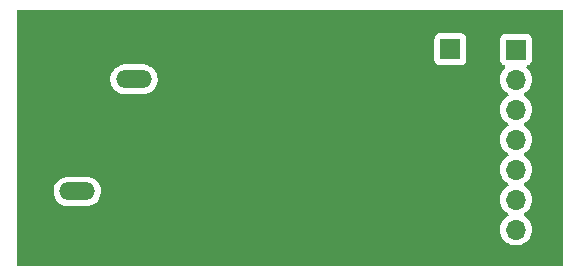
<source format=gbr>
%TF.GenerationSoftware,KiCad,Pcbnew,7.0.7*%
%TF.CreationDate,2023-09-21T17:56:25-04:00*%
%TF.ProjectId,Little_Master_Board,4c697474-6c65-45f4-9d61-737465725f42,rev?*%
%TF.SameCoordinates,Original*%
%TF.FileFunction,Copper,L2,Bot*%
%TF.FilePolarity,Positive*%
%FSLAX46Y46*%
G04 Gerber Fmt 4.6, Leading zero omitted, Abs format (unit mm)*
G04 Created by KiCad (PCBNEW 7.0.7) date 2023-09-21 17:56:25*
%MOMM*%
%LPD*%
G01*
G04 APERTURE LIST*
%TA.AperFunction,ComponentPad*%
%ADD10R,1.700000X1.700000*%
%TD*%
%TA.AperFunction,ComponentPad*%
%ADD11O,1.700000X1.700000*%
%TD*%
%TA.AperFunction,ComponentPad*%
%ADD12O,3.016000X1.508000*%
%TD*%
%TA.AperFunction,ComponentPad*%
%ADD13O,1.508000X3.016000*%
%TD*%
%TA.AperFunction,ViaPad*%
%ADD14C,0.508000*%
%TD*%
G04 APERTURE END LIST*
D10*
%TO.P,J1,1,Pin_1*%
%TO.N,Net-(J1-Pin_1)*%
X153974800Y-61595000D03*
D11*
%TO.P,J1,2,Pin_2*%
%TO.N,/~{EN}*%
X153974800Y-64135000D03*
%TO.P,J1,3,Pin_3*%
%TO.N,/T1IN*%
X153974800Y-66675000D03*
%TO.P,J1,4,Pin_4*%
%TO.N,/R1OUT*%
X153974800Y-69215000D03*
%TO.P,J1,5,Pin_5*%
%TO.N,/~{SHDN}*%
X153974800Y-71755000D03*
%TO.P,J1,6,Pin_6*%
%TO.N,VCC*%
X153974800Y-74295000D03*
%TO.P,J1,7,Pin_7*%
X153974800Y-76835000D03*
%TO.P,J1,8,Pin_8*%
%TO.N,GND*%
X156514800Y-76835000D03*
%TO.P,J1,9,Pin_9*%
X156514800Y-74295000D03*
%TO.P,J1,10,Pin_10*%
X156514800Y-71755000D03*
%TO.P,J1,11,Pin_11*%
X156514800Y-69215000D03*
%TO.P,J1,12,Pin_12*%
X156514800Y-66675000D03*
%TO.P,J1,13,Pin_13*%
X156514800Y-64135000D03*
%TO.P,J1,14,Pin_14*%
X156514800Y-61595000D03*
%TD*%
D12*
%TO.P,J3,3,Pin_3*%
%TO.N,Net-(J3-Pin_3)*%
X121634800Y-64113400D03*
%TO.P,J3,2,Pin_2*%
%TO.N,Net-(J3-Pin_2)*%
X116834800Y-73613400D03*
D13*
%TO.P,J3,1,Pin_1*%
%TO.N,GND*%
X113334800Y-69113400D03*
%TD*%
D10*
%TO.P,J2,1,Pin_1*%
%TO.N,Net-(J1-Pin_1)*%
X148417200Y-61569600D03*
D11*
%TO.P,J2,2,Pin_2*%
%TO.N,GND*%
X145877200Y-61569600D03*
%TD*%
D14*
%TO.N,GND*%
X137285800Y-71653400D03*
X148463000Y-67665600D03*
X146431000Y-71631400D03*
X146431000Y-67731400D03*
X135431600Y-70789800D03*
X135253800Y-67691000D03*
%TD*%
%TA.AperFunction,Conductor*%
%TO.N,GND*%
G36*
X157930539Y-58236985D02*
G01*
X157976294Y-58289789D01*
X157987500Y-58341300D01*
X157987500Y-79834700D01*
X157967815Y-79901739D01*
X157915011Y-79947494D01*
X157863500Y-79958700D01*
X111833700Y-79958700D01*
X111766661Y-79939015D01*
X111720906Y-79886211D01*
X111709700Y-79834700D01*
X111709700Y-76835000D01*
X152619141Y-76835000D01*
X152639736Y-77070403D01*
X152639738Y-77070413D01*
X152700894Y-77298655D01*
X152700896Y-77298659D01*
X152700897Y-77298663D01*
X152800764Y-77512829D01*
X152800765Y-77512830D01*
X152800767Y-77512834D01*
X152909081Y-77667521D01*
X152936305Y-77706401D01*
X153103399Y-77873495D01*
X153200184Y-77941264D01*
X153296965Y-78009032D01*
X153296967Y-78009033D01*
X153296970Y-78009035D01*
X153511137Y-78108903D01*
X153739392Y-78170063D01*
X153927718Y-78186539D01*
X153974799Y-78190659D01*
X153974800Y-78190659D01*
X153974801Y-78190659D01*
X154014034Y-78187226D01*
X154210208Y-78170063D01*
X154438463Y-78108903D01*
X154652630Y-78009035D01*
X154846201Y-77873495D01*
X155013295Y-77706401D01*
X155148835Y-77512830D01*
X155248703Y-77298663D01*
X155309863Y-77070408D01*
X155330459Y-76835000D01*
X155309863Y-76599592D01*
X155248703Y-76371337D01*
X155148835Y-76157171D01*
X155013295Y-75963599D01*
X155013294Y-75963597D01*
X154846202Y-75796506D01*
X154846196Y-75796501D01*
X154660642Y-75666575D01*
X154617017Y-75611998D01*
X154609823Y-75542500D01*
X154641346Y-75480145D01*
X154660642Y-75463425D01*
X154682826Y-75447891D01*
X154846201Y-75333495D01*
X155013295Y-75166401D01*
X155148835Y-74972830D01*
X155248703Y-74758663D01*
X155309863Y-74530408D01*
X155330459Y-74295000D01*
X155309863Y-74059592D01*
X155248703Y-73831337D01*
X155148835Y-73617171D01*
X155027809Y-73444326D01*
X155013294Y-73423597D01*
X154846202Y-73256506D01*
X154846196Y-73256501D01*
X154660642Y-73126575D01*
X154617017Y-73071998D01*
X154609823Y-73002500D01*
X154641346Y-72940145D01*
X154660642Y-72923425D01*
X154796821Y-72828071D01*
X154846201Y-72793495D01*
X155013295Y-72626401D01*
X155148835Y-72432830D01*
X155248703Y-72218663D01*
X155309863Y-71990408D01*
X155330459Y-71755000D01*
X155309863Y-71519592D01*
X155248703Y-71291337D01*
X155148835Y-71077171D01*
X155013295Y-70883599D01*
X155013294Y-70883597D01*
X154846202Y-70716506D01*
X154846196Y-70716501D01*
X154660642Y-70586575D01*
X154617017Y-70531998D01*
X154609823Y-70462500D01*
X154641346Y-70400145D01*
X154660642Y-70383425D01*
X154682826Y-70367891D01*
X154846201Y-70253495D01*
X155013295Y-70086401D01*
X155148835Y-69892830D01*
X155248703Y-69678663D01*
X155309863Y-69450408D01*
X155330459Y-69215000D01*
X155309863Y-68979592D01*
X155248703Y-68751337D01*
X155148835Y-68537171D01*
X155013295Y-68343599D01*
X155013294Y-68343597D01*
X154846202Y-68176506D01*
X154846196Y-68176501D01*
X154660642Y-68046575D01*
X154617017Y-67991998D01*
X154609823Y-67922500D01*
X154641346Y-67860145D01*
X154660642Y-67843425D01*
X154682826Y-67827891D01*
X154846201Y-67713495D01*
X155013295Y-67546401D01*
X155148835Y-67352830D01*
X155248703Y-67138663D01*
X155309863Y-66910408D01*
X155330459Y-66675000D01*
X155309863Y-66439592D01*
X155248703Y-66211337D01*
X155148835Y-65997171D01*
X155013295Y-65803599D01*
X155013294Y-65803597D01*
X154846202Y-65636506D01*
X154846196Y-65636501D01*
X154660642Y-65506575D01*
X154617017Y-65451998D01*
X154609823Y-65382500D01*
X154641346Y-65320145D01*
X154660642Y-65303425D01*
X154682826Y-65287891D01*
X154846201Y-65173495D01*
X155013295Y-65006401D01*
X155148835Y-64812830D01*
X155248703Y-64598663D01*
X155309863Y-64370408D01*
X155330459Y-64135000D01*
X155309863Y-63899592D01*
X155248703Y-63671337D01*
X155148835Y-63457171D01*
X155122463Y-63419508D01*
X155013296Y-63263600D01*
X154992654Y-63242958D01*
X154891367Y-63141671D01*
X154857884Y-63080351D01*
X154862868Y-63010659D01*
X154904739Y-62954725D01*
X154935715Y-62937810D01*
X155067131Y-62888796D01*
X155182346Y-62802546D01*
X155268596Y-62687331D01*
X155318891Y-62552483D01*
X155325300Y-62492873D01*
X155325299Y-60697128D01*
X155318891Y-60637517D01*
X155309417Y-60612117D01*
X155268597Y-60502671D01*
X155268593Y-60502664D01*
X155182347Y-60387455D01*
X155182344Y-60387452D01*
X155067135Y-60301206D01*
X155067128Y-60301202D01*
X154932282Y-60250908D01*
X154932283Y-60250908D01*
X154872683Y-60244501D01*
X154872681Y-60244500D01*
X154872673Y-60244500D01*
X154872664Y-60244500D01*
X153076929Y-60244500D01*
X153076923Y-60244501D01*
X153017316Y-60250908D01*
X152882471Y-60301202D01*
X152882464Y-60301206D01*
X152767255Y-60387452D01*
X152767252Y-60387455D01*
X152681006Y-60502664D01*
X152681002Y-60502671D01*
X152630708Y-60637517D01*
X152627030Y-60671735D01*
X152624301Y-60697123D01*
X152624300Y-60697135D01*
X152624300Y-62492870D01*
X152624301Y-62492876D01*
X152630708Y-62552483D01*
X152681002Y-62687328D01*
X152681006Y-62687335D01*
X152767252Y-62802544D01*
X152767255Y-62802547D01*
X152882464Y-62888793D01*
X152882471Y-62888797D01*
X153013881Y-62937810D01*
X153069815Y-62979681D01*
X153094232Y-63045145D01*
X153079380Y-63113418D01*
X153058230Y-63141673D01*
X152936303Y-63263600D01*
X152800765Y-63457169D01*
X152800764Y-63457171D01*
X152700898Y-63671335D01*
X152700894Y-63671344D01*
X152639738Y-63899586D01*
X152639736Y-63899596D01*
X152619141Y-64134999D01*
X152619141Y-64135000D01*
X152639736Y-64370403D01*
X152639738Y-64370413D01*
X152700894Y-64598655D01*
X152700896Y-64598659D01*
X152700897Y-64598663D01*
X152705458Y-64608443D01*
X152800765Y-64812830D01*
X152800767Y-64812834D01*
X152936301Y-65006395D01*
X152936306Y-65006402D01*
X153103397Y-65173493D01*
X153103403Y-65173498D01*
X153288958Y-65303425D01*
X153332583Y-65358002D01*
X153339777Y-65427500D01*
X153308254Y-65489855D01*
X153288958Y-65506575D01*
X153103397Y-65636505D01*
X152936305Y-65803597D01*
X152800765Y-65997169D01*
X152800764Y-65997171D01*
X152700898Y-66211335D01*
X152700894Y-66211344D01*
X152639738Y-66439586D01*
X152639736Y-66439596D01*
X152619141Y-66674999D01*
X152619141Y-66675000D01*
X152639736Y-66910403D01*
X152639738Y-66910413D01*
X152700894Y-67138655D01*
X152700896Y-67138659D01*
X152700897Y-67138663D01*
X152800764Y-67352829D01*
X152800765Y-67352830D01*
X152800767Y-67352834D01*
X152936301Y-67546395D01*
X152936306Y-67546402D01*
X153103397Y-67713493D01*
X153103403Y-67713498D01*
X153288958Y-67843425D01*
X153332583Y-67898002D01*
X153339777Y-67967500D01*
X153308254Y-68029855D01*
X153288958Y-68046575D01*
X153103397Y-68176505D01*
X152936305Y-68343597D01*
X152800765Y-68537169D01*
X152800764Y-68537171D01*
X152700898Y-68751335D01*
X152700894Y-68751344D01*
X152639738Y-68979586D01*
X152639736Y-68979596D01*
X152619141Y-69214999D01*
X152619141Y-69215000D01*
X152639736Y-69450403D01*
X152639738Y-69450413D01*
X152700894Y-69678655D01*
X152700896Y-69678659D01*
X152700897Y-69678663D01*
X152800765Y-69892829D01*
X152800765Y-69892830D01*
X152800767Y-69892834D01*
X152936301Y-70086395D01*
X152936306Y-70086402D01*
X153103397Y-70253493D01*
X153103403Y-70253498D01*
X153288958Y-70383425D01*
X153332583Y-70438002D01*
X153339777Y-70507500D01*
X153308254Y-70569855D01*
X153288958Y-70586575D01*
X153103397Y-70716505D01*
X152936305Y-70883597D01*
X152800765Y-71077169D01*
X152800764Y-71077171D01*
X152700898Y-71291335D01*
X152700894Y-71291344D01*
X152639738Y-71519586D01*
X152639736Y-71519596D01*
X152619141Y-71754999D01*
X152619141Y-71755000D01*
X152639736Y-71990403D01*
X152639738Y-71990413D01*
X152700894Y-72218655D01*
X152700896Y-72218659D01*
X152700897Y-72218663D01*
X152766291Y-72358900D01*
X152800765Y-72432830D01*
X152800767Y-72432834D01*
X152936301Y-72626395D01*
X152936306Y-72626402D01*
X153103397Y-72793493D01*
X153103403Y-72793498D01*
X153288958Y-72923425D01*
X153332583Y-72978002D01*
X153339777Y-73047500D01*
X153308254Y-73109855D01*
X153288958Y-73126575D01*
X153103397Y-73256505D01*
X152936305Y-73423597D01*
X152800765Y-73617169D01*
X152800764Y-73617171D01*
X152700898Y-73831335D01*
X152700894Y-73831344D01*
X152639738Y-74059586D01*
X152639736Y-74059596D01*
X152619141Y-74294999D01*
X152619141Y-74295000D01*
X152639736Y-74530403D01*
X152639738Y-74530413D01*
X152700894Y-74758655D01*
X152700896Y-74758659D01*
X152700897Y-74758663D01*
X152733034Y-74827580D01*
X152800765Y-74972830D01*
X152800767Y-74972834D01*
X152936301Y-75166395D01*
X152936306Y-75166402D01*
X153103397Y-75333493D01*
X153103403Y-75333498D01*
X153288958Y-75463425D01*
X153332583Y-75518002D01*
X153339777Y-75587500D01*
X153308254Y-75649855D01*
X153288958Y-75666575D01*
X153103397Y-75796505D01*
X152936305Y-75963597D01*
X152800765Y-76157169D01*
X152800764Y-76157171D01*
X152700898Y-76371335D01*
X152700894Y-76371344D01*
X152639738Y-76599586D01*
X152639736Y-76599596D01*
X152619141Y-76834999D01*
X152619141Y-76835000D01*
X111709700Y-76835000D01*
X111709700Y-73669906D01*
X114822496Y-73669906D01*
X114822497Y-73669910D01*
X114852809Y-73893681D01*
X114852810Y-73893684D01*
X114922589Y-74108444D01*
X115029594Y-74307291D01*
X115029596Y-74307294D01*
X115170386Y-74483839D01*
X115340439Y-74632411D01*
X115340440Y-74632412D01*
X115340443Y-74632414D01*
X115534293Y-74748234D01*
X115745707Y-74827580D01*
X115745708Y-74827580D01*
X115967890Y-74867900D01*
X115967893Y-74867900D01*
X117645137Y-74867900D01*
X117645143Y-74867900D01*
X117803243Y-74853670D01*
X117813706Y-74852729D01*
X118031370Y-74792658D01*
X118031375Y-74792655D01*
X118031382Y-74792654D01*
X118234833Y-74694677D01*
X118417521Y-74561947D01*
X118573572Y-74398730D01*
X118697973Y-74210271D01*
X118786723Y-74002629D01*
X118836972Y-73782476D01*
X118847103Y-73556890D01*
X118816791Y-73333119D01*
X118747011Y-73118357D01*
X118640004Y-72919506D01*
X118567086Y-72828070D01*
X118499213Y-72742960D01*
X118329160Y-72594388D01*
X118224946Y-72532123D01*
X118135307Y-72478566D01*
X118016954Y-72434147D01*
X117923891Y-72399219D01*
X117701710Y-72358900D01*
X117701707Y-72358900D01*
X116024457Y-72358900D01*
X115993071Y-72361724D01*
X115855893Y-72374070D01*
X115638229Y-72434141D01*
X115638214Y-72434147D01*
X115434773Y-72532119D01*
X115434765Y-72532123D01*
X115252084Y-72664848D01*
X115252082Y-72664849D01*
X115096026Y-72828071D01*
X114971628Y-73016525D01*
X114882877Y-73224172D01*
X114882875Y-73224178D01*
X114832628Y-73444322D01*
X114832628Y-73444326D01*
X114822496Y-73669906D01*
X111709700Y-73669906D01*
X111709700Y-64169906D01*
X119622496Y-64169906D01*
X119622497Y-64169910D01*
X119652809Y-64393681D01*
X119652810Y-64393684D01*
X119722589Y-64608444D01*
X119829594Y-64807291D01*
X119829596Y-64807294D01*
X119970386Y-64983839D01*
X120140439Y-65132411D01*
X120140440Y-65132412D01*
X120140443Y-65132414D01*
X120334293Y-65248234D01*
X120525898Y-65320145D01*
X120545708Y-65327580D01*
X120767890Y-65367900D01*
X120767893Y-65367900D01*
X122445137Y-65367900D01*
X122445143Y-65367900D01*
X122603243Y-65353670D01*
X122613706Y-65352729D01*
X122831370Y-65292658D01*
X122831375Y-65292655D01*
X122831382Y-65292654D01*
X123034833Y-65194677D01*
X123217521Y-65061947D01*
X123373572Y-64898730D01*
X123497973Y-64710271D01*
X123586723Y-64502629D01*
X123636972Y-64282476D01*
X123647103Y-64056890D01*
X123616791Y-63833119D01*
X123547011Y-63618357D01*
X123440004Y-63419506D01*
X123299211Y-63242958D01*
X123209807Y-63164848D01*
X123129160Y-63094388D01*
X123024946Y-63032123D01*
X122935307Y-62978566D01*
X122816954Y-62934147D01*
X122723891Y-62899219D01*
X122501710Y-62858900D01*
X122501707Y-62858900D01*
X120824457Y-62858900D01*
X120793071Y-62861724D01*
X120655893Y-62874070D01*
X120438229Y-62934141D01*
X120438214Y-62934147D01*
X120234773Y-63032119D01*
X120234765Y-63032123D01*
X120052084Y-63164848D01*
X120052082Y-63164849D01*
X119896026Y-63328071D01*
X119771628Y-63516525D01*
X119682877Y-63724172D01*
X119682875Y-63724178D01*
X119632628Y-63944322D01*
X119632628Y-63944326D01*
X119622496Y-64169906D01*
X111709700Y-64169906D01*
X111709700Y-62467470D01*
X147066700Y-62467470D01*
X147066701Y-62467476D01*
X147073108Y-62527083D01*
X147123402Y-62661928D01*
X147123406Y-62661935D01*
X147209652Y-62777144D01*
X147209655Y-62777147D01*
X147324864Y-62863393D01*
X147324871Y-62863397D01*
X147459717Y-62913691D01*
X147459716Y-62913691D01*
X147466644Y-62914435D01*
X147519327Y-62920100D01*
X149315072Y-62920099D01*
X149374683Y-62913691D01*
X149509531Y-62863396D01*
X149624746Y-62777146D01*
X149710996Y-62661931D01*
X149761291Y-62527083D01*
X149767700Y-62467473D01*
X149767699Y-60671728D01*
X149761291Y-60612117D01*
X149720470Y-60502671D01*
X149710997Y-60477271D01*
X149710993Y-60477264D01*
X149624747Y-60362055D01*
X149624744Y-60362052D01*
X149509535Y-60275806D01*
X149509528Y-60275802D01*
X149374682Y-60225508D01*
X149374683Y-60225508D01*
X149315083Y-60219101D01*
X149315081Y-60219100D01*
X149315073Y-60219100D01*
X149315064Y-60219100D01*
X147519329Y-60219100D01*
X147519323Y-60219101D01*
X147459716Y-60225508D01*
X147324871Y-60275802D01*
X147324864Y-60275806D01*
X147209655Y-60362052D01*
X147209652Y-60362055D01*
X147123406Y-60477264D01*
X147123402Y-60477271D01*
X147073108Y-60612117D01*
X147066701Y-60671716D01*
X147066701Y-60671723D01*
X147066700Y-60671735D01*
X147066700Y-62467470D01*
X111709700Y-62467470D01*
X111709700Y-58341300D01*
X111729385Y-58274261D01*
X111782189Y-58228506D01*
X111833700Y-58217300D01*
X157863500Y-58217300D01*
X157930539Y-58236985D01*
G37*
%TD.AperFunction*%
%TD*%
M02*

</source>
